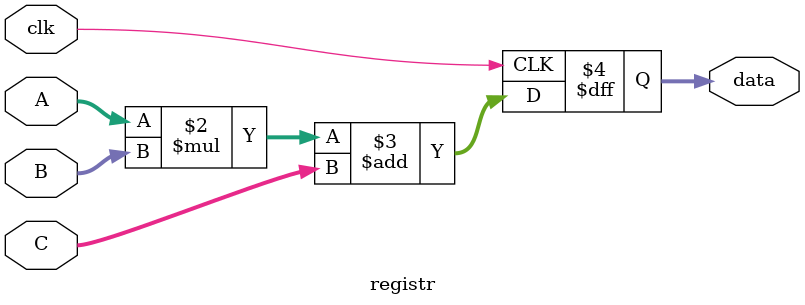
<source format=sv>
module registr(clk, data, A,B,C);

input wire clk;

input reg [7:0]A;
input reg [7:0]B;
input reg [7:0]C;

output reg [15:0]data;

always @(posedge clk)

data <= A*B+C;

endmodule

</source>
